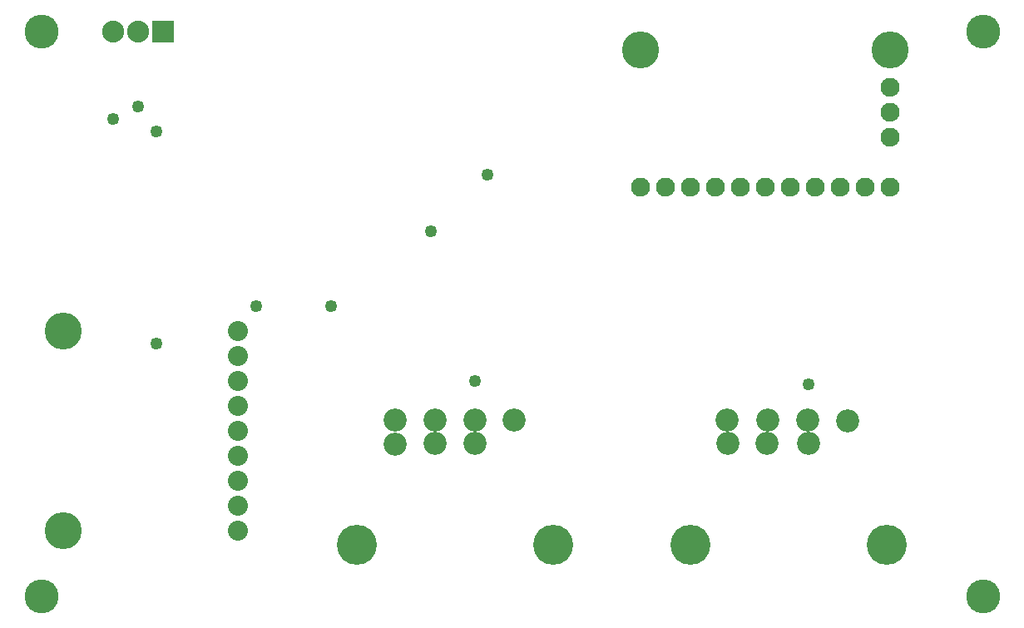
<source format=gbs>
G04 MADE WITH FRITZING*
G04 WWW.FRITZING.ORG*
G04 DOUBLE SIDED*
G04 HOLES PLATED*
G04 CONTOUR ON CENTER OF CONTOUR VECTOR*
%ASAXBY*%
%FSLAX23Y23*%
%MOIN*%
%OFA0B0*%
%SFA1.0B1.0*%
%ADD10C,0.092677*%
%ADD11C,0.160000*%
%ADD12C,0.076000*%
%ADD13C,0.148425*%
%ADD14C,0.080000*%
%ADD15C,0.135984*%
%ADD16C,0.088000*%
%ADD17C,0.096614*%
%ADD18C,0.049370*%
%ADD19R,0.088000X0.088000*%
%LNMASK0*%
G90*
G70*
G54D10*
X1837Y799D03*
X3170Y799D03*
X1677Y799D03*
X3010Y799D03*
X1517Y799D03*
X2851Y708D03*
X1676Y707D03*
X3008Y707D03*
X1516Y705D03*
X2849Y799D03*
X1994Y799D03*
X3331Y797D03*
X1837Y708D03*
X3175Y708D03*
G54D11*
X2150Y299D03*
X3488Y299D03*
X1363Y299D03*
X2701Y299D03*
G54D12*
X3500Y1933D03*
X3500Y2033D03*
X3500Y2133D03*
X3500Y1733D03*
X3400Y1733D03*
X3300Y1733D03*
X3200Y1733D03*
G54D13*
X3500Y2283D03*
G54D12*
X3100Y1733D03*
X3000Y1733D03*
X2900Y1733D03*
X2800Y1733D03*
X2700Y1733D03*
X2600Y1733D03*
X2500Y1733D03*
G54D13*
X2500Y2283D03*
G54D14*
X887Y358D03*
X887Y458D03*
G54D13*
X187Y358D03*
G54D14*
X887Y558D03*
X887Y658D03*
X887Y758D03*
X887Y858D03*
X887Y958D03*
X887Y1058D03*
X887Y1158D03*
G54D13*
X187Y1158D03*
G54D15*
X100Y2358D03*
X100Y95D03*
X3874Y95D03*
X3874Y2358D03*
G54D16*
X587Y2358D03*
X487Y2358D03*
X387Y2358D03*
G54D17*
X3500Y2283D03*
X2500Y2283D03*
X187Y1158D03*
X187Y358D03*
G54D18*
X1887Y1783D03*
X562Y1958D03*
X562Y1108D03*
X487Y2058D03*
X387Y2008D03*
X1662Y1558D03*
X962Y1258D03*
X3175Y945D03*
X1837Y958D03*
X1262Y1258D03*
G54D19*
X587Y2358D03*
G04 End of Mask0*
M02*
</source>
